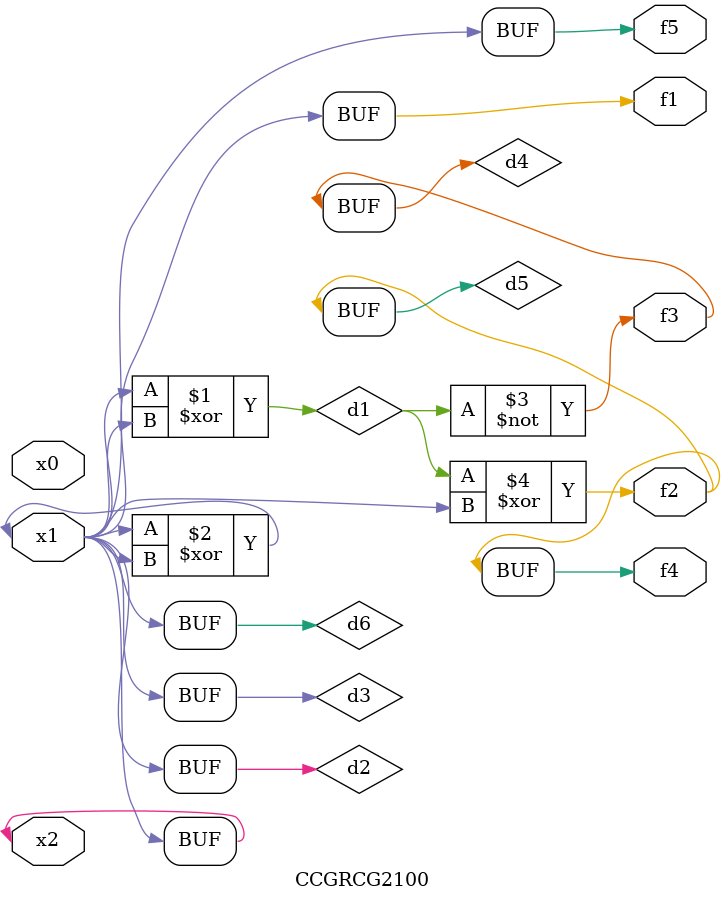
<source format=v>
module CCGRCG2100(
	input x0, x1, x2,
	output f1, f2, f3, f4, f5
);

	wire d1, d2, d3, d4, d5, d6;

	xor (d1, x1, x2);
	buf (d2, x1, x2);
	xor (d3, x1, x2);
	nor (d4, d1);
	xor (d5, d1, d2);
	buf (d6, d2, d3);
	assign f1 = d6;
	assign f2 = d5;
	assign f3 = d4;
	assign f4 = d5;
	assign f5 = d6;
endmodule

</source>
